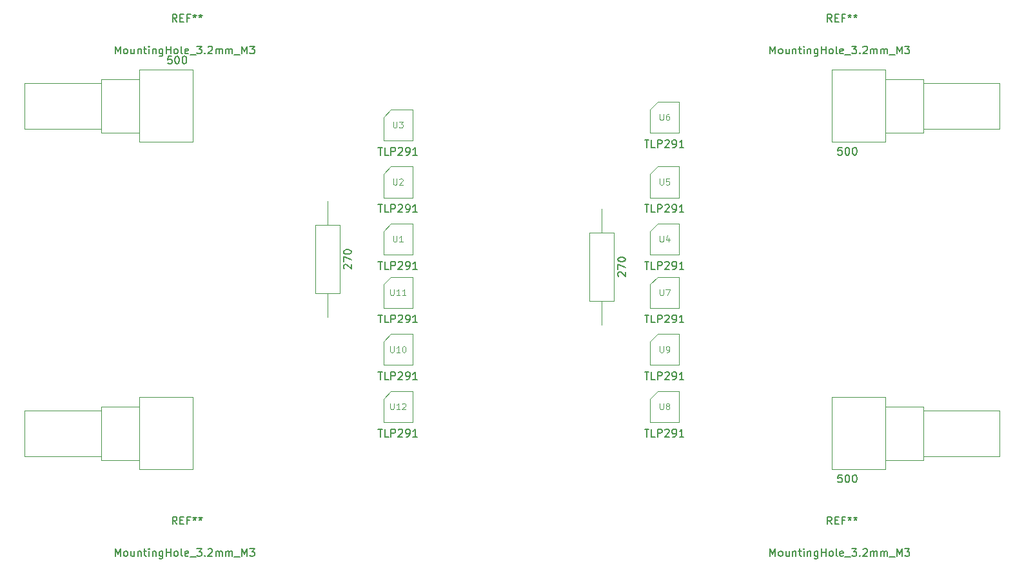
<source format=gbr>
G04 #@! TF.FileFunction,Other,Fab,Top*
%FSLAX46Y46*%
G04 Gerber Fmt 4.6, Leading zero omitted, Abs format (unit mm)*
G04 Created by KiCad (PCBNEW 4.0.2-stable) date 30/01/2018 13:09:08*
%MOMM*%
G01*
G04 APERTURE LIST*
%ADD10C,0.100000*%
%ADD11C,0.150000*%
%ADD12C,0.120000*%
G04 APERTURE END LIST*
D10*
X132150000Y-78130000D02*
X135350000Y-78130000D01*
X135350000Y-78130000D02*
X135350000Y-69130000D01*
X135350000Y-69130000D02*
X132150000Y-69130000D01*
X132150000Y-69130000D02*
X132150000Y-78130000D01*
X133750000Y-81250000D02*
X133750000Y-78130000D01*
X133750000Y-66010000D02*
X133750000Y-69130000D01*
X106095000Y-67955500D02*
X108905000Y-67955500D01*
X105095000Y-72044500D02*
X108905000Y-72044500D01*
X108905000Y-72044500D02*
X108905000Y-67955500D01*
X105095000Y-72044500D02*
X105095000Y-68955500D01*
X105095000Y-68955500D02*
X106095000Y-67955500D01*
X106095000Y-60455500D02*
X108905000Y-60455500D01*
X105095000Y-64544500D02*
X108905000Y-64544500D01*
X108905000Y-64544500D02*
X108905000Y-60455500D01*
X105095000Y-64544500D02*
X105095000Y-61455500D01*
X105095000Y-61455500D02*
X106095000Y-60455500D01*
X106095000Y-52955500D02*
X108905000Y-52955500D01*
X105095000Y-57044500D02*
X108905000Y-57044500D01*
X108905000Y-57044500D02*
X108905000Y-52955500D01*
X105095000Y-57044500D02*
X105095000Y-53955500D01*
X105095000Y-53955500D02*
X106095000Y-52955500D01*
X141095000Y-67955500D02*
X143905000Y-67955500D01*
X140095000Y-72044500D02*
X143905000Y-72044500D01*
X143905000Y-72044500D02*
X143905000Y-67955500D01*
X140095000Y-72044500D02*
X140095000Y-68955500D01*
X140095000Y-68955500D02*
X141095000Y-67955500D01*
X141095000Y-60455500D02*
X143905000Y-60455500D01*
X140095000Y-64544500D02*
X143905000Y-64544500D01*
X143905000Y-64544500D02*
X143905000Y-60455500D01*
X140095000Y-64544500D02*
X140095000Y-61455500D01*
X140095000Y-61455500D02*
X141095000Y-60455500D01*
X141095000Y-51955500D02*
X143905000Y-51955500D01*
X140095000Y-56044500D02*
X143905000Y-56044500D01*
X143905000Y-56044500D02*
X143905000Y-51955500D01*
X140095000Y-56044500D02*
X140095000Y-52955500D01*
X140095000Y-52955500D02*
X141095000Y-51955500D01*
X141095000Y-74955500D02*
X143905000Y-74955500D01*
X140095000Y-79044500D02*
X143905000Y-79044500D01*
X143905000Y-79044500D02*
X143905000Y-74955500D01*
X140095000Y-79044500D02*
X140095000Y-75955500D01*
X140095000Y-75955500D02*
X141095000Y-74955500D01*
X141095000Y-89955500D02*
X143905000Y-89955500D01*
X140095000Y-94044500D02*
X143905000Y-94044500D01*
X143905000Y-94044500D02*
X143905000Y-89955500D01*
X140095000Y-94044500D02*
X140095000Y-90955500D01*
X140095000Y-90955500D02*
X141095000Y-89955500D01*
X141095000Y-82455500D02*
X143905000Y-82455500D01*
X140095000Y-86544500D02*
X143905000Y-86544500D01*
X143905000Y-86544500D02*
X143905000Y-82455500D01*
X140095000Y-86544500D02*
X140095000Y-83455500D01*
X140095000Y-83455500D02*
X141095000Y-82455500D01*
X106095000Y-82455500D02*
X108905000Y-82455500D01*
X105095000Y-86544500D02*
X108905000Y-86544500D01*
X108905000Y-86544500D02*
X108905000Y-82455500D01*
X105095000Y-86544500D02*
X105095000Y-83455500D01*
X105095000Y-83455500D02*
X106095000Y-82455500D01*
X106095000Y-74955500D02*
X108905000Y-74955500D01*
X105095000Y-79044500D02*
X108905000Y-79044500D01*
X108905000Y-79044500D02*
X108905000Y-74955500D01*
X105095000Y-79044500D02*
X105095000Y-75955500D01*
X105095000Y-75955500D02*
X106095000Y-74955500D01*
X106095000Y-89955500D02*
X108905000Y-89955500D01*
X105095000Y-94044500D02*
X108905000Y-94044500D01*
X108905000Y-94044500D02*
X108905000Y-89955500D01*
X105095000Y-94044500D02*
X105095000Y-90955500D01*
X105095000Y-90955500D02*
X106095000Y-89955500D01*
X96150000Y-77130000D02*
X99350000Y-77130000D01*
X99350000Y-77130000D02*
X99350000Y-68130000D01*
X99350000Y-68130000D02*
X96150000Y-68130000D01*
X96150000Y-68130000D02*
X96150000Y-77130000D01*
X97750000Y-80250000D02*
X97750000Y-77130000D01*
X97750000Y-65010000D02*
X97750000Y-68130000D01*
X163950000Y-47750000D02*
X163950000Y-57250000D01*
X163950000Y-57250000D02*
X171000000Y-57250000D01*
X171000000Y-57250000D02*
X171000000Y-47750000D01*
X171000000Y-47750000D02*
X163950000Y-47750000D01*
X171000000Y-49000000D02*
X171000000Y-56000000D01*
X171000000Y-56000000D02*
X176000000Y-56000000D01*
X176000000Y-56000000D02*
X176000000Y-49000000D01*
X176000000Y-49000000D02*
X171000000Y-49000000D01*
X176000000Y-49500000D02*
X176000000Y-55500000D01*
X176000000Y-55500000D02*
X186000000Y-55500000D01*
X186000000Y-55500000D02*
X186000000Y-49500000D01*
X186000000Y-49500000D02*
X176000000Y-49500000D01*
X80050000Y-57250000D02*
X80050000Y-47750000D01*
X80050000Y-47750000D02*
X73000000Y-47750000D01*
X73000000Y-47750000D02*
X73000000Y-57250000D01*
X73000000Y-57250000D02*
X80050000Y-57250000D01*
X73000000Y-56000000D02*
X73000000Y-49000000D01*
X73000000Y-49000000D02*
X68000000Y-49000000D01*
X68000000Y-49000000D02*
X68000000Y-56000000D01*
X68000000Y-56000000D02*
X73000000Y-56000000D01*
X68000000Y-55500000D02*
X68000000Y-49500000D01*
X68000000Y-49500000D02*
X58000000Y-49500000D01*
X58000000Y-49500000D02*
X58000000Y-55500000D01*
X58000000Y-55500000D02*
X68000000Y-55500000D01*
X163950000Y-90750000D02*
X163950000Y-100250000D01*
X163950000Y-100250000D02*
X171000000Y-100250000D01*
X171000000Y-100250000D02*
X171000000Y-90750000D01*
X171000000Y-90750000D02*
X163950000Y-90750000D01*
X171000000Y-92000000D02*
X171000000Y-99000000D01*
X171000000Y-99000000D02*
X176000000Y-99000000D01*
X176000000Y-99000000D02*
X176000000Y-92000000D01*
X176000000Y-92000000D02*
X171000000Y-92000000D01*
X176000000Y-92500000D02*
X176000000Y-98500000D01*
X176000000Y-98500000D02*
X186000000Y-98500000D01*
X186000000Y-98500000D02*
X186000000Y-92500000D01*
X186000000Y-92500000D02*
X176000000Y-92500000D01*
X80050000Y-100250000D02*
X80050000Y-90750000D01*
X80050000Y-90750000D02*
X73000000Y-90750000D01*
X73000000Y-90750000D02*
X73000000Y-100250000D01*
X73000000Y-100250000D02*
X80050000Y-100250000D01*
X73000000Y-99000000D02*
X73000000Y-92000000D01*
X73000000Y-92000000D02*
X68000000Y-92000000D01*
X68000000Y-92000000D02*
X68000000Y-99000000D01*
X68000000Y-99000000D02*
X73000000Y-99000000D01*
X68000000Y-98500000D02*
X68000000Y-92500000D01*
X68000000Y-92500000D02*
X58000000Y-92500000D01*
X58000000Y-92500000D02*
X58000000Y-98500000D01*
X58000000Y-98500000D02*
X68000000Y-98500000D01*
D11*
X135957619Y-74868095D02*
X135910000Y-74820476D01*
X135862381Y-74725238D01*
X135862381Y-74487142D01*
X135910000Y-74391904D01*
X135957619Y-74344285D01*
X136052857Y-74296666D01*
X136148095Y-74296666D01*
X136290952Y-74344285D01*
X136862381Y-74915714D01*
X136862381Y-74296666D01*
X135862381Y-73963333D02*
X135862381Y-73296666D01*
X136862381Y-73725238D01*
X135862381Y-72725238D02*
X135862381Y-72629999D01*
X135910000Y-72534761D01*
X135957619Y-72487142D01*
X136052857Y-72439523D01*
X136243333Y-72391904D01*
X136481429Y-72391904D01*
X136671905Y-72439523D01*
X136767143Y-72487142D01*
X136814762Y-72534761D01*
X136862381Y-72629999D01*
X136862381Y-72725238D01*
X136814762Y-72820476D01*
X136767143Y-72868095D01*
X136671905Y-72915714D01*
X136481429Y-72963333D01*
X136243333Y-72963333D01*
X136052857Y-72915714D01*
X135957619Y-72868095D01*
X135910000Y-72820476D01*
X135862381Y-72725238D01*
X104380952Y-72952381D02*
X104952381Y-72952381D01*
X104666666Y-73952381D02*
X104666666Y-72952381D01*
X105761905Y-73952381D02*
X105285714Y-73952381D01*
X105285714Y-72952381D01*
X106095238Y-73952381D02*
X106095238Y-72952381D01*
X106476191Y-72952381D01*
X106571429Y-73000000D01*
X106619048Y-73047619D01*
X106666667Y-73142857D01*
X106666667Y-73285714D01*
X106619048Y-73380952D01*
X106571429Y-73428571D01*
X106476191Y-73476190D01*
X106095238Y-73476190D01*
X107047619Y-73047619D02*
X107095238Y-73000000D01*
X107190476Y-72952381D01*
X107428572Y-72952381D01*
X107523810Y-73000000D01*
X107571429Y-73047619D01*
X107619048Y-73142857D01*
X107619048Y-73238095D01*
X107571429Y-73380952D01*
X107000000Y-73952381D01*
X107619048Y-73952381D01*
X108095238Y-73952381D02*
X108285714Y-73952381D01*
X108380953Y-73904762D01*
X108428572Y-73857143D01*
X108523810Y-73714286D01*
X108571429Y-73523810D01*
X108571429Y-73142857D01*
X108523810Y-73047619D01*
X108476191Y-73000000D01*
X108380953Y-72952381D01*
X108190476Y-72952381D01*
X108095238Y-73000000D01*
X108047619Y-73047619D01*
X108000000Y-73142857D01*
X108000000Y-73380952D01*
X108047619Y-73476190D01*
X108095238Y-73523810D01*
X108190476Y-73571429D01*
X108380953Y-73571429D01*
X108476191Y-73523810D01*
X108523810Y-73476190D01*
X108571429Y-73380952D01*
X109523810Y-73952381D02*
X108952381Y-73952381D01*
X109238095Y-73952381D02*
X109238095Y-72952381D01*
X109142857Y-73095238D01*
X109047619Y-73190476D01*
X108952381Y-73238095D01*
D12*
X106390476Y-69561905D02*
X106390476Y-70209524D01*
X106428571Y-70285714D01*
X106466667Y-70323810D01*
X106542857Y-70361905D01*
X106695238Y-70361905D01*
X106771429Y-70323810D01*
X106809524Y-70285714D01*
X106847619Y-70209524D01*
X106847619Y-69561905D01*
X107647619Y-70361905D02*
X107190476Y-70361905D01*
X107419047Y-70361905D02*
X107419047Y-69561905D01*
X107342857Y-69676190D01*
X107266666Y-69752381D01*
X107190476Y-69790476D01*
D11*
X104380952Y-65452381D02*
X104952381Y-65452381D01*
X104666666Y-66452381D02*
X104666666Y-65452381D01*
X105761905Y-66452381D02*
X105285714Y-66452381D01*
X105285714Y-65452381D01*
X106095238Y-66452381D02*
X106095238Y-65452381D01*
X106476191Y-65452381D01*
X106571429Y-65500000D01*
X106619048Y-65547619D01*
X106666667Y-65642857D01*
X106666667Y-65785714D01*
X106619048Y-65880952D01*
X106571429Y-65928571D01*
X106476191Y-65976190D01*
X106095238Y-65976190D01*
X107047619Y-65547619D02*
X107095238Y-65500000D01*
X107190476Y-65452381D01*
X107428572Y-65452381D01*
X107523810Y-65500000D01*
X107571429Y-65547619D01*
X107619048Y-65642857D01*
X107619048Y-65738095D01*
X107571429Y-65880952D01*
X107000000Y-66452381D01*
X107619048Y-66452381D01*
X108095238Y-66452381D02*
X108285714Y-66452381D01*
X108380953Y-66404762D01*
X108428572Y-66357143D01*
X108523810Y-66214286D01*
X108571429Y-66023810D01*
X108571429Y-65642857D01*
X108523810Y-65547619D01*
X108476191Y-65500000D01*
X108380953Y-65452381D01*
X108190476Y-65452381D01*
X108095238Y-65500000D01*
X108047619Y-65547619D01*
X108000000Y-65642857D01*
X108000000Y-65880952D01*
X108047619Y-65976190D01*
X108095238Y-66023810D01*
X108190476Y-66071429D01*
X108380953Y-66071429D01*
X108476191Y-66023810D01*
X108523810Y-65976190D01*
X108571429Y-65880952D01*
X109523810Y-66452381D02*
X108952381Y-66452381D01*
X109238095Y-66452381D02*
X109238095Y-65452381D01*
X109142857Y-65595238D01*
X109047619Y-65690476D01*
X108952381Y-65738095D01*
D12*
X106390476Y-62061905D02*
X106390476Y-62709524D01*
X106428571Y-62785714D01*
X106466667Y-62823810D01*
X106542857Y-62861905D01*
X106695238Y-62861905D01*
X106771429Y-62823810D01*
X106809524Y-62785714D01*
X106847619Y-62709524D01*
X106847619Y-62061905D01*
X107190476Y-62138095D02*
X107228571Y-62100000D01*
X107304762Y-62061905D01*
X107495238Y-62061905D01*
X107571428Y-62100000D01*
X107609524Y-62138095D01*
X107647619Y-62214286D01*
X107647619Y-62290476D01*
X107609524Y-62404762D01*
X107152381Y-62861905D01*
X107647619Y-62861905D01*
D11*
X104380952Y-57952381D02*
X104952381Y-57952381D01*
X104666666Y-58952381D02*
X104666666Y-57952381D01*
X105761905Y-58952381D02*
X105285714Y-58952381D01*
X105285714Y-57952381D01*
X106095238Y-58952381D02*
X106095238Y-57952381D01*
X106476191Y-57952381D01*
X106571429Y-58000000D01*
X106619048Y-58047619D01*
X106666667Y-58142857D01*
X106666667Y-58285714D01*
X106619048Y-58380952D01*
X106571429Y-58428571D01*
X106476191Y-58476190D01*
X106095238Y-58476190D01*
X107047619Y-58047619D02*
X107095238Y-58000000D01*
X107190476Y-57952381D01*
X107428572Y-57952381D01*
X107523810Y-58000000D01*
X107571429Y-58047619D01*
X107619048Y-58142857D01*
X107619048Y-58238095D01*
X107571429Y-58380952D01*
X107000000Y-58952381D01*
X107619048Y-58952381D01*
X108095238Y-58952381D02*
X108285714Y-58952381D01*
X108380953Y-58904762D01*
X108428572Y-58857143D01*
X108523810Y-58714286D01*
X108571429Y-58523810D01*
X108571429Y-58142857D01*
X108523810Y-58047619D01*
X108476191Y-58000000D01*
X108380953Y-57952381D01*
X108190476Y-57952381D01*
X108095238Y-58000000D01*
X108047619Y-58047619D01*
X108000000Y-58142857D01*
X108000000Y-58380952D01*
X108047619Y-58476190D01*
X108095238Y-58523810D01*
X108190476Y-58571429D01*
X108380953Y-58571429D01*
X108476191Y-58523810D01*
X108523810Y-58476190D01*
X108571429Y-58380952D01*
X109523810Y-58952381D02*
X108952381Y-58952381D01*
X109238095Y-58952381D02*
X109238095Y-57952381D01*
X109142857Y-58095238D01*
X109047619Y-58190476D01*
X108952381Y-58238095D01*
D12*
X106390476Y-54561905D02*
X106390476Y-55209524D01*
X106428571Y-55285714D01*
X106466667Y-55323810D01*
X106542857Y-55361905D01*
X106695238Y-55361905D01*
X106771429Y-55323810D01*
X106809524Y-55285714D01*
X106847619Y-55209524D01*
X106847619Y-54561905D01*
X107152381Y-54561905D02*
X107647619Y-54561905D01*
X107380952Y-54866667D01*
X107495238Y-54866667D01*
X107571428Y-54904762D01*
X107609524Y-54942857D01*
X107647619Y-55019048D01*
X107647619Y-55209524D01*
X107609524Y-55285714D01*
X107571428Y-55323810D01*
X107495238Y-55361905D01*
X107266666Y-55361905D01*
X107190476Y-55323810D01*
X107152381Y-55285714D01*
D11*
X139380952Y-72952381D02*
X139952381Y-72952381D01*
X139666666Y-73952381D02*
X139666666Y-72952381D01*
X140761905Y-73952381D02*
X140285714Y-73952381D01*
X140285714Y-72952381D01*
X141095238Y-73952381D02*
X141095238Y-72952381D01*
X141476191Y-72952381D01*
X141571429Y-73000000D01*
X141619048Y-73047619D01*
X141666667Y-73142857D01*
X141666667Y-73285714D01*
X141619048Y-73380952D01*
X141571429Y-73428571D01*
X141476191Y-73476190D01*
X141095238Y-73476190D01*
X142047619Y-73047619D02*
X142095238Y-73000000D01*
X142190476Y-72952381D01*
X142428572Y-72952381D01*
X142523810Y-73000000D01*
X142571429Y-73047619D01*
X142619048Y-73142857D01*
X142619048Y-73238095D01*
X142571429Y-73380952D01*
X142000000Y-73952381D01*
X142619048Y-73952381D01*
X143095238Y-73952381D02*
X143285714Y-73952381D01*
X143380953Y-73904762D01*
X143428572Y-73857143D01*
X143523810Y-73714286D01*
X143571429Y-73523810D01*
X143571429Y-73142857D01*
X143523810Y-73047619D01*
X143476191Y-73000000D01*
X143380953Y-72952381D01*
X143190476Y-72952381D01*
X143095238Y-73000000D01*
X143047619Y-73047619D01*
X143000000Y-73142857D01*
X143000000Y-73380952D01*
X143047619Y-73476190D01*
X143095238Y-73523810D01*
X143190476Y-73571429D01*
X143380953Y-73571429D01*
X143476191Y-73523810D01*
X143523810Y-73476190D01*
X143571429Y-73380952D01*
X144523810Y-73952381D02*
X143952381Y-73952381D01*
X144238095Y-73952381D02*
X144238095Y-72952381D01*
X144142857Y-73095238D01*
X144047619Y-73190476D01*
X143952381Y-73238095D01*
D12*
X141390476Y-69561905D02*
X141390476Y-70209524D01*
X141428571Y-70285714D01*
X141466667Y-70323810D01*
X141542857Y-70361905D01*
X141695238Y-70361905D01*
X141771429Y-70323810D01*
X141809524Y-70285714D01*
X141847619Y-70209524D01*
X141847619Y-69561905D01*
X142571428Y-69828571D02*
X142571428Y-70361905D01*
X142380952Y-69523810D02*
X142190476Y-70095238D01*
X142685714Y-70095238D01*
D11*
X139380952Y-65452381D02*
X139952381Y-65452381D01*
X139666666Y-66452381D02*
X139666666Y-65452381D01*
X140761905Y-66452381D02*
X140285714Y-66452381D01*
X140285714Y-65452381D01*
X141095238Y-66452381D02*
X141095238Y-65452381D01*
X141476191Y-65452381D01*
X141571429Y-65500000D01*
X141619048Y-65547619D01*
X141666667Y-65642857D01*
X141666667Y-65785714D01*
X141619048Y-65880952D01*
X141571429Y-65928571D01*
X141476191Y-65976190D01*
X141095238Y-65976190D01*
X142047619Y-65547619D02*
X142095238Y-65500000D01*
X142190476Y-65452381D01*
X142428572Y-65452381D01*
X142523810Y-65500000D01*
X142571429Y-65547619D01*
X142619048Y-65642857D01*
X142619048Y-65738095D01*
X142571429Y-65880952D01*
X142000000Y-66452381D01*
X142619048Y-66452381D01*
X143095238Y-66452381D02*
X143285714Y-66452381D01*
X143380953Y-66404762D01*
X143428572Y-66357143D01*
X143523810Y-66214286D01*
X143571429Y-66023810D01*
X143571429Y-65642857D01*
X143523810Y-65547619D01*
X143476191Y-65500000D01*
X143380953Y-65452381D01*
X143190476Y-65452381D01*
X143095238Y-65500000D01*
X143047619Y-65547619D01*
X143000000Y-65642857D01*
X143000000Y-65880952D01*
X143047619Y-65976190D01*
X143095238Y-66023810D01*
X143190476Y-66071429D01*
X143380953Y-66071429D01*
X143476191Y-66023810D01*
X143523810Y-65976190D01*
X143571429Y-65880952D01*
X144523810Y-66452381D02*
X143952381Y-66452381D01*
X144238095Y-66452381D02*
X144238095Y-65452381D01*
X144142857Y-65595238D01*
X144047619Y-65690476D01*
X143952381Y-65738095D01*
D12*
X141390476Y-62061905D02*
X141390476Y-62709524D01*
X141428571Y-62785714D01*
X141466667Y-62823810D01*
X141542857Y-62861905D01*
X141695238Y-62861905D01*
X141771429Y-62823810D01*
X141809524Y-62785714D01*
X141847619Y-62709524D01*
X141847619Y-62061905D01*
X142609524Y-62061905D02*
X142228571Y-62061905D01*
X142190476Y-62442857D01*
X142228571Y-62404762D01*
X142304762Y-62366667D01*
X142495238Y-62366667D01*
X142571428Y-62404762D01*
X142609524Y-62442857D01*
X142647619Y-62519048D01*
X142647619Y-62709524D01*
X142609524Y-62785714D01*
X142571428Y-62823810D01*
X142495238Y-62861905D01*
X142304762Y-62861905D01*
X142228571Y-62823810D01*
X142190476Y-62785714D01*
D11*
X139380952Y-56952381D02*
X139952381Y-56952381D01*
X139666666Y-57952381D02*
X139666666Y-56952381D01*
X140761905Y-57952381D02*
X140285714Y-57952381D01*
X140285714Y-56952381D01*
X141095238Y-57952381D02*
X141095238Y-56952381D01*
X141476191Y-56952381D01*
X141571429Y-57000000D01*
X141619048Y-57047619D01*
X141666667Y-57142857D01*
X141666667Y-57285714D01*
X141619048Y-57380952D01*
X141571429Y-57428571D01*
X141476191Y-57476190D01*
X141095238Y-57476190D01*
X142047619Y-57047619D02*
X142095238Y-57000000D01*
X142190476Y-56952381D01*
X142428572Y-56952381D01*
X142523810Y-57000000D01*
X142571429Y-57047619D01*
X142619048Y-57142857D01*
X142619048Y-57238095D01*
X142571429Y-57380952D01*
X142000000Y-57952381D01*
X142619048Y-57952381D01*
X143095238Y-57952381D02*
X143285714Y-57952381D01*
X143380953Y-57904762D01*
X143428572Y-57857143D01*
X143523810Y-57714286D01*
X143571429Y-57523810D01*
X143571429Y-57142857D01*
X143523810Y-57047619D01*
X143476191Y-57000000D01*
X143380953Y-56952381D01*
X143190476Y-56952381D01*
X143095238Y-57000000D01*
X143047619Y-57047619D01*
X143000000Y-57142857D01*
X143000000Y-57380952D01*
X143047619Y-57476190D01*
X143095238Y-57523810D01*
X143190476Y-57571429D01*
X143380953Y-57571429D01*
X143476191Y-57523810D01*
X143523810Y-57476190D01*
X143571429Y-57380952D01*
X144523810Y-57952381D02*
X143952381Y-57952381D01*
X144238095Y-57952381D02*
X144238095Y-56952381D01*
X144142857Y-57095238D01*
X144047619Y-57190476D01*
X143952381Y-57238095D01*
D12*
X141390476Y-53561905D02*
X141390476Y-54209524D01*
X141428571Y-54285714D01*
X141466667Y-54323810D01*
X141542857Y-54361905D01*
X141695238Y-54361905D01*
X141771429Y-54323810D01*
X141809524Y-54285714D01*
X141847619Y-54209524D01*
X141847619Y-53561905D01*
X142571428Y-53561905D02*
X142419047Y-53561905D01*
X142342857Y-53600000D01*
X142304762Y-53638095D01*
X142228571Y-53752381D01*
X142190476Y-53904762D01*
X142190476Y-54209524D01*
X142228571Y-54285714D01*
X142266666Y-54323810D01*
X142342857Y-54361905D01*
X142495238Y-54361905D01*
X142571428Y-54323810D01*
X142609524Y-54285714D01*
X142647619Y-54209524D01*
X142647619Y-54019048D01*
X142609524Y-53942857D01*
X142571428Y-53904762D01*
X142495238Y-53866667D01*
X142342857Y-53866667D01*
X142266666Y-53904762D01*
X142228571Y-53942857D01*
X142190476Y-54019048D01*
D11*
X139380952Y-79952381D02*
X139952381Y-79952381D01*
X139666666Y-80952381D02*
X139666666Y-79952381D01*
X140761905Y-80952381D02*
X140285714Y-80952381D01*
X140285714Y-79952381D01*
X141095238Y-80952381D02*
X141095238Y-79952381D01*
X141476191Y-79952381D01*
X141571429Y-80000000D01*
X141619048Y-80047619D01*
X141666667Y-80142857D01*
X141666667Y-80285714D01*
X141619048Y-80380952D01*
X141571429Y-80428571D01*
X141476191Y-80476190D01*
X141095238Y-80476190D01*
X142047619Y-80047619D02*
X142095238Y-80000000D01*
X142190476Y-79952381D01*
X142428572Y-79952381D01*
X142523810Y-80000000D01*
X142571429Y-80047619D01*
X142619048Y-80142857D01*
X142619048Y-80238095D01*
X142571429Y-80380952D01*
X142000000Y-80952381D01*
X142619048Y-80952381D01*
X143095238Y-80952381D02*
X143285714Y-80952381D01*
X143380953Y-80904762D01*
X143428572Y-80857143D01*
X143523810Y-80714286D01*
X143571429Y-80523810D01*
X143571429Y-80142857D01*
X143523810Y-80047619D01*
X143476191Y-80000000D01*
X143380953Y-79952381D01*
X143190476Y-79952381D01*
X143095238Y-80000000D01*
X143047619Y-80047619D01*
X143000000Y-80142857D01*
X143000000Y-80380952D01*
X143047619Y-80476190D01*
X143095238Y-80523810D01*
X143190476Y-80571429D01*
X143380953Y-80571429D01*
X143476191Y-80523810D01*
X143523810Y-80476190D01*
X143571429Y-80380952D01*
X144523810Y-80952381D02*
X143952381Y-80952381D01*
X144238095Y-80952381D02*
X144238095Y-79952381D01*
X144142857Y-80095238D01*
X144047619Y-80190476D01*
X143952381Y-80238095D01*
D12*
X141390476Y-76561905D02*
X141390476Y-77209524D01*
X141428571Y-77285714D01*
X141466667Y-77323810D01*
X141542857Y-77361905D01*
X141695238Y-77361905D01*
X141771429Y-77323810D01*
X141809524Y-77285714D01*
X141847619Y-77209524D01*
X141847619Y-76561905D01*
X142152381Y-76561905D02*
X142685714Y-76561905D01*
X142342857Y-77361905D01*
D11*
X139380952Y-94952381D02*
X139952381Y-94952381D01*
X139666666Y-95952381D02*
X139666666Y-94952381D01*
X140761905Y-95952381D02*
X140285714Y-95952381D01*
X140285714Y-94952381D01*
X141095238Y-95952381D02*
X141095238Y-94952381D01*
X141476191Y-94952381D01*
X141571429Y-95000000D01*
X141619048Y-95047619D01*
X141666667Y-95142857D01*
X141666667Y-95285714D01*
X141619048Y-95380952D01*
X141571429Y-95428571D01*
X141476191Y-95476190D01*
X141095238Y-95476190D01*
X142047619Y-95047619D02*
X142095238Y-95000000D01*
X142190476Y-94952381D01*
X142428572Y-94952381D01*
X142523810Y-95000000D01*
X142571429Y-95047619D01*
X142619048Y-95142857D01*
X142619048Y-95238095D01*
X142571429Y-95380952D01*
X142000000Y-95952381D01*
X142619048Y-95952381D01*
X143095238Y-95952381D02*
X143285714Y-95952381D01*
X143380953Y-95904762D01*
X143428572Y-95857143D01*
X143523810Y-95714286D01*
X143571429Y-95523810D01*
X143571429Y-95142857D01*
X143523810Y-95047619D01*
X143476191Y-95000000D01*
X143380953Y-94952381D01*
X143190476Y-94952381D01*
X143095238Y-95000000D01*
X143047619Y-95047619D01*
X143000000Y-95142857D01*
X143000000Y-95380952D01*
X143047619Y-95476190D01*
X143095238Y-95523810D01*
X143190476Y-95571429D01*
X143380953Y-95571429D01*
X143476191Y-95523810D01*
X143523810Y-95476190D01*
X143571429Y-95380952D01*
X144523810Y-95952381D02*
X143952381Y-95952381D01*
X144238095Y-95952381D02*
X144238095Y-94952381D01*
X144142857Y-95095238D01*
X144047619Y-95190476D01*
X143952381Y-95238095D01*
D12*
X141390476Y-91561905D02*
X141390476Y-92209524D01*
X141428571Y-92285714D01*
X141466667Y-92323810D01*
X141542857Y-92361905D01*
X141695238Y-92361905D01*
X141771429Y-92323810D01*
X141809524Y-92285714D01*
X141847619Y-92209524D01*
X141847619Y-91561905D01*
X142342857Y-91904762D02*
X142266666Y-91866667D01*
X142228571Y-91828571D01*
X142190476Y-91752381D01*
X142190476Y-91714286D01*
X142228571Y-91638095D01*
X142266666Y-91600000D01*
X142342857Y-91561905D01*
X142495238Y-91561905D01*
X142571428Y-91600000D01*
X142609524Y-91638095D01*
X142647619Y-91714286D01*
X142647619Y-91752381D01*
X142609524Y-91828571D01*
X142571428Y-91866667D01*
X142495238Y-91904762D01*
X142342857Y-91904762D01*
X142266666Y-91942857D01*
X142228571Y-91980952D01*
X142190476Y-92057143D01*
X142190476Y-92209524D01*
X142228571Y-92285714D01*
X142266666Y-92323810D01*
X142342857Y-92361905D01*
X142495238Y-92361905D01*
X142571428Y-92323810D01*
X142609524Y-92285714D01*
X142647619Y-92209524D01*
X142647619Y-92057143D01*
X142609524Y-91980952D01*
X142571428Y-91942857D01*
X142495238Y-91904762D01*
D11*
X139380952Y-87452381D02*
X139952381Y-87452381D01*
X139666666Y-88452381D02*
X139666666Y-87452381D01*
X140761905Y-88452381D02*
X140285714Y-88452381D01*
X140285714Y-87452381D01*
X141095238Y-88452381D02*
X141095238Y-87452381D01*
X141476191Y-87452381D01*
X141571429Y-87500000D01*
X141619048Y-87547619D01*
X141666667Y-87642857D01*
X141666667Y-87785714D01*
X141619048Y-87880952D01*
X141571429Y-87928571D01*
X141476191Y-87976190D01*
X141095238Y-87976190D01*
X142047619Y-87547619D02*
X142095238Y-87500000D01*
X142190476Y-87452381D01*
X142428572Y-87452381D01*
X142523810Y-87500000D01*
X142571429Y-87547619D01*
X142619048Y-87642857D01*
X142619048Y-87738095D01*
X142571429Y-87880952D01*
X142000000Y-88452381D01*
X142619048Y-88452381D01*
X143095238Y-88452381D02*
X143285714Y-88452381D01*
X143380953Y-88404762D01*
X143428572Y-88357143D01*
X143523810Y-88214286D01*
X143571429Y-88023810D01*
X143571429Y-87642857D01*
X143523810Y-87547619D01*
X143476191Y-87500000D01*
X143380953Y-87452381D01*
X143190476Y-87452381D01*
X143095238Y-87500000D01*
X143047619Y-87547619D01*
X143000000Y-87642857D01*
X143000000Y-87880952D01*
X143047619Y-87976190D01*
X143095238Y-88023810D01*
X143190476Y-88071429D01*
X143380953Y-88071429D01*
X143476191Y-88023810D01*
X143523810Y-87976190D01*
X143571429Y-87880952D01*
X144523810Y-88452381D02*
X143952381Y-88452381D01*
X144238095Y-88452381D02*
X144238095Y-87452381D01*
X144142857Y-87595238D01*
X144047619Y-87690476D01*
X143952381Y-87738095D01*
D12*
X141390476Y-84061905D02*
X141390476Y-84709524D01*
X141428571Y-84785714D01*
X141466667Y-84823810D01*
X141542857Y-84861905D01*
X141695238Y-84861905D01*
X141771429Y-84823810D01*
X141809524Y-84785714D01*
X141847619Y-84709524D01*
X141847619Y-84061905D01*
X142266666Y-84861905D02*
X142419047Y-84861905D01*
X142495238Y-84823810D01*
X142533333Y-84785714D01*
X142609524Y-84671429D01*
X142647619Y-84519048D01*
X142647619Y-84214286D01*
X142609524Y-84138095D01*
X142571428Y-84100000D01*
X142495238Y-84061905D01*
X142342857Y-84061905D01*
X142266666Y-84100000D01*
X142228571Y-84138095D01*
X142190476Y-84214286D01*
X142190476Y-84404762D01*
X142228571Y-84480952D01*
X142266666Y-84519048D01*
X142342857Y-84557143D01*
X142495238Y-84557143D01*
X142571428Y-84519048D01*
X142609524Y-84480952D01*
X142647619Y-84404762D01*
D11*
X104380952Y-87452381D02*
X104952381Y-87452381D01*
X104666666Y-88452381D02*
X104666666Y-87452381D01*
X105761905Y-88452381D02*
X105285714Y-88452381D01*
X105285714Y-87452381D01*
X106095238Y-88452381D02*
X106095238Y-87452381D01*
X106476191Y-87452381D01*
X106571429Y-87500000D01*
X106619048Y-87547619D01*
X106666667Y-87642857D01*
X106666667Y-87785714D01*
X106619048Y-87880952D01*
X106571429Y-87928571D01*
X106476191Y-87976190D01*
X106095238Y-87976190D01*
X107047619Y-87547619D02*
X107095238Y-87500000D01*
X107190476Y-87452381D01*
X107428572Y-87452381D01*
X107523810Y-87500000D01*
X107571429Y-87547619D01*
X107619048Y-87642857D01*
X107619048Y-87738095D01*
X107571429Y-87880952D01*
X107000000Y-88452381D01*
X107619048Y-88452381D01*
X108095238Y-88452381D02*
X108285714Y-88452381D01*
X108380953Y-88404762D01*
X108428572Y-88357143D01*
X108523810Y-88214286D01*
X108571429Y-88023810D01*
X108571429Y-87642857D01*
X108523810Y-87547619D01*
X108476191Y-87500000D01*
X108380953Y-87452381D01*
X108190476Y-87452381D01*
X108095238Y-87500000D01*
X108047619Y-87547619D01*
X108000000Y-87642857D01*
X108000000Y-87880952D01*
X108047619Y-87976190D01*
X108095238Y-88023810D01*
X108190476Y-88071429D01*
X108380953Y-88071429D01*
X108476191Y-88023810D01*
X108523810Y-87976190D01*
X108571429Y-87880952D01*
X109523810Y-88452381D02*
X108952381Y-88452381D01*
X109238095Y-88452381D02*
X109238095Y-87452381D01*
X109142857Y-87595238D01*
X109047619Y-87690476D01*
X108952381Y-87738095D01*
D12*
X106009524Y-84061905D02*
X106009524Y-84709524D01*
X106047619Y-84785714D01*
X106085715Y-84823810D01*
X106161905Y-84861905D01*
X106314286Y-84861905D01*
X106390477Y-84823810D01*
X106428572Y-84785714D01*
X106466667Y-84709524D01*
X106466667Y-84061905D01*
X107266667Y-84861905D02*
X106809524Y-84861905D01*
X107038095Y-84861905D02*
X107038095Y-84061905D01*
X106961905Y-84176190D01*
X106885714Y-84252381D01*
X106809524Y-84290476D01*
X107761905Y-84061905D02*
X107838096Y-84061905D01*
X107914286Y-84100000D01*
X107952381Y-84138095D01*
X107990477Y-84214286D01*
X108028572Y-84366667D01*
X108028572Y-84557143D01*
X107990477Y-84709524D01*
X107952381Y-84785714D01*
X107914286Y-84823810D01*
X107838096Y-84861905D01*
X107761905Y-84861905D01*
X107685715Y-84823810D01*
X107647619Y-84785714D01*
X107609524Y-84709524D01*
X107571429Y-84557143D01*
X107571429Y-84366667D01*
X107609524Y-84214286D01*
X107647619Y-84138095D01*
X107685715Y-84100000D01*
X107761905Y-84061905D01*
D11*
X104380952Y-79952381D02*
X104952381Y-79952381D01*
X104666666Y-80952381D02*
X104666666Y-79952381D01*
X105761905Y-80952381D02*
X105285714Y-80952381D01*
X105285714Y-79952381D01*
X106095238Y-80952381D02*
X106095238Y-79952381D01*
X106476191Y-79952381D01*
X106571429Y-80000000D01*
X106619048Y-80047619D01*
X106666667Y-80142857D01*
X106666667Y-80285714D01*
X106619048Y-80380952D01*
X106571429Y-80428571D01*
X106476191Y-80476190D01*
X106095238Y-80476190D01*
X107047619Y-80047619D02*
X107095238Y-80000000D01*
X107190476Y-79952381D01*
X107428572Y-79952381D01*
X107523810Y-80000000D01*
X107571429Y-80047619D01*
X107619048Y-80142857D01*
X107619048Y-80238095D01*
X107571429Y-80380952D01*
X107000000Y-80952381D01*
X107619048Y-80952381D01*
X108095238Y-80952381D02*
X108285714Y-80952381D01*
X108380953Y-80904762D01*
X108428572Y-80857143D01*
X108523810Y-80714286D01*
X108571429Y-80523810D01*
X108571429Y-80142857D01*
X108523810Y-80047619D01*
X108476191Y-80000000D01*
X108380953Y-79952381D01*
X108190476Y-79952381D01*
X108095238Y-80000000D01*
X108047619Y-80047619D01*
X108000000Y-80142857D01*
X108000000Y-80380952D01*
X108047619Y-80476190D01*
X108095238Y-80523810D01*
X108190476Y-80571429D01*
X108380953Y-80571429D01*
X108476191Y-80523810D01*
X108523810Y-80476190D01*
X108571429Y-80380952D01*
X109523810Y-80952381D02*
X108952381Y-80952381D01*
X109238095Y-80952381D02*
X109238095Y-79952381D01*
X109142857Y-80095238D01*
X109047619Y-80190476D01*
X108952381Y-80238095D01*
D12*
X106009524Y-76561905D02*
X106009524Y-77209524D01*
X106047619Y-77285714D01*
X106085715Y-77323810D01*
X106161905Y-77361905D01*
X106314286Y-77361905D01*
X106390477Y-77323810D01*
X106428572Y-77285714D01*
X106466667Y-77209524D01*
X106466667Y-76561905D01*
X107266667Y-77361905D02*
X106809524Y-77361905D01*
X107038095Y-77361905D02*
X107038095Y-76561905D01*
X106961905Y-76676190D01*
X106885714Y-76752381D01*
X106809524Y-76790476D01*
X108028572Y-77361905D02*
X107571429Y-77361905D01*
X107800000Y-77361905D02*
X107800000Y-76561905D01*
X107723810Y-76676190D01*
X107647619Y-76752381D01*
X107571429Y-76790476D01*
D11*
X104380952Y-94952381D02*
X104952381Y-94952381D01*
X104666666Y-95952381D02*
X104666666Y-94952381D01*
X105761905Y-95952381D02*
X105285714Y-95952381D01*
X105285714Y-94952381D01*
X106095238Y-95952381D02*
X106095238Y-94952381D01*
X106476191Y-94952381D01*
X106571429Y-95000000D01*
X106619048Y-95047619D01*
X106666667Y-95142857D01*
X106666667Y-95285714D01*
X106619048Y-95380952D01*
X106571429Y-95428571D01*
X106476191Y-95476190D01*
X106095238Y-95476190D01*
X107047619Y-95047619D02*
X107095238Y-95000000D01*
X107190476Y-94952381D01*
X107428572Y-94952381D01*
X107523810Y-95000000D01*
X107571429Y-95047619D01*
X107619048Y-95142857D01*
X107619048Y-95238095D01*
X107571429Y-95380952D01*
X107000000Y-95952381D01*
X107619048Y-95952381D01*
X108095238Y-95952381D02*
X108285714Y-95952381D01*
X108380953Y-95904762D01*
X108428572Y-95857143D01*
X108523810Y-95714286D01*
X108571429Y-95523810D01*
X108571429Y-95142857D01*
X108523810Y-95047619D01*
X108476191Y-95000000D01*
X108380953Y-94952381D01*
X108190476Y-94952381D01*
X108095238Y-95000000D01*
X108047619Y-95047619D01*
X108000000Y-95142857D01*
X108000000Y-95380952D01*
X108047619Y-95476190D01*
X108095238Y-95523810D01*
X108190476Y-95571429D01*
X108380953Y-95571429D01*
X108476191Y-95523810D01*
X108523810Y-95476190D01*
X108571429Y-95380952D01*
X109523810Y-95952381D02*
X108952381Y-95952381D01*
X109238095Y-95952381D02*
X109238095Y-94952381D01*
X109142857Y-95095238D01*
X109047619Y-95190476D01*
X108952381Y-95238095D01*
D12*
X106009524Y-91561905D02*
X106009524Y-92209524D01*
X106047619Y-92285714D01*
X106085715Y-92323810D01*
X106161905Y-92361905D01*
X106314286Y-92361905D01*
X106390477Y-92323810D01*
X106428572Y-92285714D01*
X106466667Y-92209524D01*
X106466667Y-91561905D01*
X107266667Y-92361905D02*
X106809524Y-92361905D01*
X107038095Y-92361905D02*
X107038095Y-91561905D01*
X106961905Y-91676190D01*
X106885714Y-91752381D01*
X106809524Y-91790476D01*
X107571429Y-91638095D02*
X107609524Y-91600000D01*
X107685715Y-91561905D01*
X107876191Y-91561905D01*
X107952381Y-91600000D01*
X107990477Y-91638095D01*
X108028572Y-91714286D01*
X108028572Y-91790476D01*
X107990477Y-91904762D01*
X107533334Y-92361905D01*
X108028572Y-92361905D01*
D11*
X69880952Y-45652381D02*
X69880952Y-44652381D01*
X70214286Y-45366667D01*
X70547619Y-44652381D01*
X70547619Y-45652381D01*
X71166666Y-45652381D02*
X71071428Y-45604762D01*
X71023809Y-45557143D01*
X70976190Y-45461905D01*
X70976190Y-45176190D01*
X71023809Y-45080952D01*
X71071428Y-45033333D01*
X71166666Y-44985714D01*
X71309524Y-44985714D01*
X71404762Y-45033333D01*
X71452381Y-45080952D01*
X71500000Y-45176190D01*
X71500000Y-45461905D01*
X71452381Y-45557143D01*
X71404762Y-45604762D01*
X71309524Y-45652381D01*
X71166666Y-45652381D01*
X72357143Y-44985714D02*
X72357143Y-45652381D01*
X71928571Y-44985714D02*
X71928571Y-45509524D01*
X71976190Y-45604762D01*
X72071428Y-45652381D01*
X72214286Y-45652381D01*
X72309524Y-45604762D01*
X72357143Y-45557143D01*
X72833333Y-44985714D02*
X72833333Y-45652381D01*
X72833333Y-45080952D02*
X72880952Y-45033333D01*
X72976190Y-44985714D01*
X73119048Y-44985714D01*
X73214286Y-45033333D01*
X73261905Y-45128571D01*
X73261905Y-45652381D01*
X73595238Y-44985714D02*
X73976190Y-44985714D01*
X73738095Y-44652381D02*
X73738095Y-45509524D01*
X73785714Y-45604762D01*
X73880952Y-45652381D01*
X73976190Y-45652381D01*
X74309524Y-45652381D02*
X74309524Y-44985714D01*
X74309524Y-44652381D02*
X74261905Y-44700000D01*
X74309524Y-44747619D01*
X74357143Y-44700000D01*
X74309524Y-44652381D01*
X74309524Y-44747619D01*
X74785714Y-44985714D02*
X74785714Y-45652381D01*
X74785714Y-45080952D02*
X74833333Y-45033333D01*
X74928571Y-44985714D01*
X75071429Y-44985714D01*
X75166667Y-45033333D01*
X75214286Y-45128571D01*
X75214286Y-45652381D01*
X76119048Y-44985714D02*
X76119048Y-45795238D01*
X76071429Y-45890476D01*
X76023810Y-45938095D01*
X75928571Y-45985714D01*
X75785714Y-45985714D01*
X75690476Y-45938095D01*
X76119048Y-45604762D02*
X76023810Y-45652381D01*
X75833333Y-45652381D01*
X75738095Y-45604762D01*
X75690476Y-45557143D01*
X75642857Y-45461905D01*
X75642857Y-45176190D01*
X75690476Y-45080952D01*
X75738095Y-45033333D01*
X75833333Y-44985714D01*
X76023810Y-44985714D01*
X76119048Y-45033333D01*
X76595238Y-45652381D02*
X76595238Y-44652381D01*
X76595238Y-45128571D02*
X77166667Y-45128571D01*
X77166667Y-45652381D02*
X77166667Y-44652381D01*
X77785714Y-45652381D02*
X77690476Y-45604762D01*
X77642857Y-45557143D01*
X77595238Y-45461905D01*
X77595238Y-45176190D01*
X77642857Y-45080952D01*
X77690476Y-45033333D01*
X77785714Y-44985714D01*
X77928572Y-44985714D01*
X78023810Y-45033333D01*
X78071429Y-45080952D01*
X78119048Y-45176190D01*
X78119048Y-45461905D01*
X78071429Y-45557143D01*
X78023810Y-45604762D01*
X77928572Y-45652381D01*
X77785714Y-45652381D01*
X78690476Y-45652381D02*
X78595238Y-45604762D01*
X78547619Y-45509524D01*
X78547619Y-44652381D01*
X79452382Y-45604762D02*
X79357144Y-45652381D01*
X79166667Y-45652381D01*
X79071429Y-45604762D01*
X79023810Y-45509524D01*
X79023810Y-45128571D01*
X79071429Y-45033333D01*
X79166667Y-44985714D01*
X79357144Y-44985714D01*
X79452382Y-45033333D01*
X79500001Y-45128571D01*
X79500001Y-45223810D01*
X79023810Y-45319048D01*
X79690477Y-45747619D02*
X80452382Y-45747619D01*
X80595239Y-44652381D02*
X81214287Y-44652381D01*
X80880953Y-45033333D01*
X81023811Y-45033333D01*
X81119049Y-45080952D01*
X81166668Y-45128571D01*
X81214287Y-45223810D01*
X81214287Y-45461905D01*
X81166668Y-45557143D01*
X81119049Y-45604762D01*
X81023811Y-45652381D01*
X80738096Y-45652381D01*
X80642858Y-45604762D01*
X80595239Y-45557143D01*
X81642858Y-45557143D02*
X81690477Y-45604762D01*
X81642858Y-45652381D01*
X81595239Y-45604762D01*
X81642858Y-45557143D01*
X81642858Y-45652381D01*
X82071429Y-44747619D02*
X82119048Y-44700000D01*
X82214286Y-44652381D01*
X82452382Y-44652381D01*
X82547620Y-44700000D01*
X82595239Y-44747619D01*
X82642858Y-44842857D01*
X82642858Y-44938095D01*
X82595239Y-45080952D01*
X82023810Y-45652381D01*
X82642858Y-45652381D01*
X83071429Y-45652381D02*
X83071429Y-44985714D01*
X83071429Y-45080952D02*
X83119048Y-45033333D01*
X83214286Y-44985714D01*
X83357144Y-44985714D01*
X83452382Y-45033333D01*
X83500001Y-45128571D01*
X83500001Y-45652381D01*
X83500001Y-45128571D02*
X83547620Y-45033333D01*
X83642858Y-44985714D01*
X83785715Y-44985714D01*
X83880953Y-45033333D01*
X83928572Y-45128571D01*
X83928572Y-45652381D01*
X84404762Y-45652381D02*
X84404762Y-44985714D01*
X84404762Y-45080952D02*
X84452381Y-45033333D01*
X84547619Y-44985714D01*
X84690477Y-44985714D01*
X84785715Y-45033333D01*
X84833334Y-45128571D01*
X84833334Y-45652381D01*
X84833334Y-45128571D02*
X84880953Y-45033333D01*
X84976191Y-44985714D01*
X85119048Y-44985714D01*
X85214286Y-45033333D01*
X85261905Y-45128571D01*
X85261905Y-45652381D01*
X85500000Y-45747619D02*
X86261905Y-45747619D01*
X86500000Y-45652381D02*
X86500000Y-44652381D01*
X86833334Y-45366667D01*
X87166667Y-44652381D01*
X87166667Y-45652381D01*
X87547619Y-44652381D02*
X88166667Y-44652381D01*
X87833333Y-45033333D01*
X87976191Y-45033333D01*
X88071429Y-45080952D01*
X88119048Y-45128571D01*
X88166667Y-45223810D01*
X88166667Y-45461905D01*
X88119048Y-45557143D01*
X88071429Y-45604762D01*
X87976191Y-45652381D01*
X87690476Y-45652381D01*
X87595238Y-45604762D01*
X87547619Y-45557143D01*
X77966667Y-41452381D02*
X77633333Y-40976190D01*
X77395238Y-41452381D02*
X77395238Y-40452381D01*
X77776191Y-40452381D01*
X77871429Y-40500000D01*
X77919048Y-40547619D01*
X77966667Y-40642857D01*
X77966667Y-40785714D01*
X77919048Y-40880952D01*
X77871429Y-40928571D01*
X77776191Y-40976190D01*
X77395238Y-40976190D01*
X78395238Y-40928571D02*
X78728572Y-40928571D01*
X78871429Y-41452381D02*
X78395238Y-41452381D01*
X78395238Y-40452381D01*
X78871429Y-40452381D01*
X79633334Y-40928571D02*
X79300000Y-40928571D01*
X79300000Y-41452381D02*
X79300000Y-40452381D01*
X79776191Y-40452381D01*
X80300000Y-40452381D02*
X80300000Y-40690476D01*
X80061905Y-40595238D02*
X80300000Y-40690476D01*
X80538096Y-40595238D01*
X80157143Y-40880952D02*
X80300000Y-40690476D01*
X80442858Y-40880952D01*
X81061905Y-40452381D02*
X81061905Y-40690476D01*
X80823810Y-40595238D02*
X81061905Y-40690476D01*
X81300001Y-40595238D01*
X80919048Y-40880952D02*
X81061905Y-40690476D01*
X81204763Y-40880952D01*
X155880952Y-45652381D02*
X155880952Y-44652381D01*
X156214286Y-45366667D01*
X156547619Y-44652381D01*
X156547619Y-45652381D01*
X157166666Y-45652381D02*
X157071428Y-45604762D01*
X157023809Y-45557143D01*
X156976190Y-45461905D01*
X156976190Y-45176190D01*
X157023809Y-45080952D01*
X157071428Y-45033333D01*
X157166666Y-44985714D01*
X157309524Y-44985714D01*
X157404762Y-45033333D01*
X157452381Y-45080952D01*
X157500000Y-45176190D01*
X157500000Y-45461905D01*
X157452381Y-45557143D01*
X157404762Y-45604762D01*
X157309524Y-45652381D01*
X157166666Y-45652381D01*
X158357143Y-44985714D02*
X158357143Y-45652381D01*
X157928571Y-44985714D02*
X157928571Y-45509524D01*
X157976190Y-45604762D01*
X158071428Y-45652381D01*
X158214286Y-45652381D01*
X158309524Y-45604762D01*
X158357143Y-45557143D01*
X158833333Y-44985714D02*
X158833333Y-45652381D01*
X158833333Y-45080952D02*
X158880952Y-45033333D01*
X158976190Y-44985714D01*
X159119048Y-44985714D01*
X159214286Y-45033333D01*
X159261905Y-45128571D01*
X159261905Y-45652381D01*
X159595238Y-44985714D02*
X159976190Y-44985714D01*
X159738095Y-44652381D02*
X159738095Y-45509524D01*
X159785714Y-45604762D01*
X159880952Y-45652381D01*
X159976190Y-45652381D01*
X160309524Y-45652381D02*
X160309524Y-44985714D01*
X160309524Y-44652381D02*
X160261905Y-44700000D01*
X160309524Y-44747619D01*
X160357143Y-44700000D01*
X160309524Y-44652381D01*
X160309524Y-44747619D01*
X160785714Y-44985714D02*
X160785714Y-45652381D01*
X160785714Y-45080952D02*
X160833333Y-45033333D01*
X160928571Y-44985714D01*
X161071429Y-44985714D01*
X161166667Y-45033333D01*
X161214286Y-45128571D01*
X161214286Y-45652381D01*
X162119048Y-44985714D02*
X162119048Y-45795238D01*
X162071429Y-45890476D01*
X162023810Y-45938095D01*
X161928571Y-45985714D01*
X161785714Y-45985714D01*
X161690476Y-45938095D01*
X162119048Y-45604762D02*
X162023810Y-45652381D01*
X161833333Y-45652381D01*
X161738095Y-45604762D01*
X161690476Y-45557143D01*
X161642857Y-45461905D01*
X161642857Y-45176190D01*
X161690476Y-45080952D01*
X161738095Y-45033333D01*
X161833333Y-44985714D01*
X162023810Y-44985714D01*
X162119048Y-45033333D01*
X162595238Y-45652381D02*
X162595238Y-44652381D01*
X162595238Y-45128571D02*
X163166667Y-45128571D01*
X163166667Y-45652381D02*
X163166667Y-44652381D01*
X163785714Y-45652381D02*
X163690476Y-45604762D01*
X163642857Y-45557143D01*
X163595238Y-45461905D01*
X163595238Y-45176190D01*
X163642857Y-45080952D01*
X163690476Y-45033333D01*
X163785714Y-44985714D01*
X163928572Y-44985714D01*
X164023810Y-45033333D01*
X164071429Y-45080952D01*
X164119048Y-45176190D01*
X164119048Y-45461905D01*
X164071429Y-45557143D01*
X164023810Y-45604762D01*
X163928572Y-45652381D01*
X163785714Y-45652381D01*
X164690476Y-45652381D02*
X164595238Y-45604762D01*
X164547619Y-45509524D01*
X164547619Y-44652381D01*
X165452382Y-45604762D02*
X165357144Y-45652381D01*
X165166667Y-45652381D01*
X165071429Y-45604762D01*
X165023810Y-45509524D01*
X165023810Y-45128571D01*
X165071429Y-45033333D01*
X165166667Y-44985714D01*
X165357144Y-44985714D01*
X165452382Y-45033333D01*
X165500001Y-45128571D01*
X165500001Y-45223810D01*
X165023810Y-45319048D01*
X165690477Y-45747619D02*
X166452382Y-45747619D01*
X166595239Y-44652381D02*
X167214287Y-44652381D01*
X166880953Y-45033333D01*
X167023811Y-45033333D01*
X167119049Y-45080952D01*
X167166668Y-45128571D01*
X167214287Y-45223810D01*
X167214287Y-45461905D01*
X167166668Y-45557143D01*
X167119049Y-45604762D01*
X167023811Y-45652381D01*
X166738096Y-45652381D01*
X166642858Y-45604762D01*
X166595239Y-45557143D01*
X167642858Y-45557143D02*
X167690477Y-45604762D01*
X167642858Y-45652381D01*
X167595239Y-45604762D01*
X167642858Y-45557143D01*
X167642858Y-45652381D01*
X168071429Y-44747619D02*
X168119048Y-44700000D01*
X168214286Y-44652381D01*
X168452382Y-44652381D01*
X168547620Y-44700000D01*
X168595239Y-44747619D01*
X168642858Y-44842857D01*
X168642858Y-44938095D01*
X168595239Y-45080952D01*
X168023810Y-45652381D01*
X168642858Y-45652381D01*
X169071429Y-45652381D02*
X169071429Y-44985714D01*
X169071429Y-45080952D02*
X169119048Y-45033333D01*
X169214286Y-44985714D01*
X169357144Y-44985714D01*
X169452382Y-45033333D01*
X169500001Y-45128571D01*
X169500001Y-45652381D01*
X169500001Y-45128571D02*
X169547620Y-45033333D01*
X169642858Y-44985714D01*
X169785715Y-44985714D01*
X169880953Y-45033333D01*
X169928572Y-45128571D01*
X169928572Y-45652381D01*
X170404762Y-45652381D02*
X170404762Y-44985714D01*
X170404762Y-45080952D02*
X170452381Y-45033333D01*
X170547619Y-44985714D01*
X170690477Y-44985714D01*
X170785715Y-45033333D01*
X170833334Y-45128571D01*
X170833334Y-45652381D01*
X170833334Y-45128571D02*
X170880953Y-45033333D01*
X170976191Y-44985714D01*
X171119048Y-44985714D01*
X171214286Y-45033333D01*
X171261905Y-45128571D01*
X171261905Y-45652381D01*
X171500000Y-45747619D02*
X172261905Y-45747619D01*
X172500000Y-45652381D02*
X172500000Y-44652381D01*
X172833334Y-45366667D01*
X173166667Y-44652381D01*
X173166667Y-45652381D01*
X173547619Y-44652381D02*
X174166667Y-44652381D01*
X173833333Y-45033333D01*
X173976191Y-45033333D01*
X174071429Y-45080952D01*
X174119048Y-45128571D01*
X174166667Y-45223810D01*
X174166667Y-45461905D01*
X174119048Y-45557143D01*
X174071429Y-45604762D01*
X173976191Y-45652381D01*
X173690476Y-45652381D01*
X173595238Y-45604762D01*
X173547619Y-45557143D01*
X163966667Y-41452381D02*
X163633333Y-40976190D01*
X163395238Y-41452381D02*
X163395238Y-40452381D01*
X163776191Y-40452381D01*
X163871429Y-40500000D01*
X163919048Y-40547619D01*
X163966667Y-40642857D01*
X163966667Y-40785714D01*
X163919048Y-40880952D01*
X163871429Y-40928571D01*
X163776191Y-40976190D01*
X163395238Y-40976190D01*
X164395238Y-40928571D02*
X164728572Y-40928571D01*
X164871429Y-41452381D02*
X164395238Y-41452381D01*
X164395238Y-40452381D01*
X164871429Y-40452381D01*
X165633334Y-40928571D02*
X165300000Y-40928571D01*
X165300000Y-41452381D02*
X165300000Y-40452381D01*
X165776191Y-40452381D01*
X166300000Y-40452381D02*
X166300000Y-40690476D01*
X166061905Y-40595238D02*
X166300000Y-40690476D01*
X166538096Y-40595238D01*
X166157143Y-40880952D02*
X166300000Y-40690476D01*
X166442858Y-40880952D01*
X167061905Y-40452381D02*
X167061905Y-40690476D01*
X166823810Y-40595238D02*
X167061905Y-40690476D01*
X167300001Y-40595238D01*
X166919048Y-40880952D02*
X167061905Y-40690476D01*
X167204763Y-40880952D01*
X155880952Y-111652381D02*
X155880952Y-110652381D01*
X156214286Y-111366667D01*
X156547619Y-110652381D01*
X156547619Y-111652381D01*
X157166666Y-111652381D02*
X157071428Y-111604762D01*
X157023809Y-111557143D01*
X156976190Y-111461905D01*
X156976190Y-111176190D01*
X157023809Y-111080952D01*
X157071428Y-111033333D01*
X157166666Y-110985714D01*
X157309524Y-110985714D01*
X157404762Y-111033333D01*
X157452381Y-111080952D01*
X157500000Y-111176190D01*
X157500000Y-111461905D01*
X157452381Y-111557143D01*
X157404762Y-111604762D01*
X157309524Y-111652381D01*
X157166666Y-111652381D01*
X158357143Y-110985714D02*
X158357143Y-111652381D01*
X157928571Y-110985714D02*
X157928571Y-111509524D01*
X157976190Y-111604762D01*
X158071428Y-111652381D01*
X158214286Y-111652381D01*
X158309524Y-111604762D01*
X158357143Y-111557143D01*
X158833333Y-110985714D02*
X158833333Y-111652381D01*
X158833333Y-111080952D02*
X158880952Y-111033333D01*
X158976190Y-110985714D01*
X159119048Y-110985714D01*
X159214286Y-111033333D01*
X159261905Y-111128571D01*
X159261905Y-111652381D01*
X159595238Y-110985714D02*
X159976190Y-110985714D01*
X159738095Y-110652381D02*
X159738095Y-111509524D01*
X159785714Y-111604762D01*
X159880952Y-111652381D01*
X159976190Y-111652381D01*
X160309524Y-111652381D02*
X160309524Y-110985714D01*
X160309524Y-110652381D02*
X160261905Y-110700000D01*
X160309524Y-110747619D01*
X160357143Y-110700000D01*
X160309524Y-110652381D01*
X160309524Y-110747619D01*
X160785714Y-110985714D02*
X160785714Y-111652381D01*
X160785714Y-111080952D02*
X160833333Y-111033333D01*
X160928571Y-110985714D01*
X161071429Y-110985714D01*
X161166667Y-111033333D01*
X161214286Y-111128571D01*
X161214286Y-111652381D01*
X162119048Y-110985714D02*
X162119048Y-111795238D01*
X162071429Y-111890476D01*
X162023810Y-111938095D01*
X161928571Y-111985714D01*
X161785714Y-111985714D01*
X161690476Y-111938095D01*
X162119048Y-111604762D02*
X162023810Y-111652381D01*
X161833333Y-111652381D01*
X161738095Y-111604762D01*
X161690476Y-111557143D01*
X161642857Y-111461905D01*
X161642857Y-111176190D01*
X161690476Y-111080952D01*
X161738095Y-111033333D01*
X161833333Y-110985714D01*
X162023810Y-110985714D01*
X162119048Y-111033333D01*
X162595238Y-111652381D02*
X162595238Y-110652381D01*
X162595238Y-111128571D02*
X163166667Y-111128571D01*
X163166667Y-111652381D02*
X163166667Y-110652381D01*
X163785714Y-111652381D02*
X163690476Y-111604762D01*
X163642857Y-111557143D01*
X163595238Y-111461905D01*
X163595238Y-111176190D01*
X163642857Y-111080952D01*
X163690476Y-111033333D01*
X163785714Y-110985714D01*
X163928572Y-110985714D01*
X164023810Y-111033333D01*
X164071429Y-111080952D01*
X164119048Y-111176190D01*
X164119048Y-111461905D01*
X164071429Y-111557143D01*
X164023810Y-111604762D01*
X163928572Y-111652381D01*
X163785714Y-111652381D01*
X164690476Y-111652381D02*
X164595238Y-111604762D01*
X164547619Y-111509524D01*
X164547619Y-110652381D01*
X165452382Y-111604762D02*
X165357144Y-111652381D01*
X165166667Y-111652381D01*
X165071429Y-111604762D01*
X165023810Y-111509524D01*
X165023810Y-111128571D01*
X165071429Y-111033333D01*
X165166667Y-110985714D01*
X165357144Y-110985714D01*
X165452382Y-111033333D01*
X165500001Y-111128571D01*
X165500001Y-111223810D01*
X165023810Y-111319048D01*
X165690477Y-111747619D02*
X166452382Y-111747619D01*
X166595239Y-110652381D02*
X167214287Y-110652381D01*
X166880953Y-111033333D01*
X167023811Y-111033333D01*
X167119049Y-111080952D01*
X167166668Y-111128571D01*
X167214287Y-111223810D01*
X167214287Y-111461905D01*
X167166668Y-111557143D01*
X167119049Y-111604762D01*
X167023811Y-111652381D01*
X166738096Y-111652381D01*
X166642858Y-111604762D01*
X166595239Y-111557143D01*
X167642858Y-111557143D02*
X167690477Y-111604762D01*
X167642858Y-111652381D01*
X167595239Y-111604762D01*
X167642858Y-111557143D01*
X167642858Y-111652381D01*
X168071429Y-110747619D02*
X168119048Y-110700000D01*
X168214286Y-110652381D01*
X168452382Y-110652381D01*
X168547620Y-110700000D01*
X168595239Y-110747619D01*
X168642858Y-110842857D01*
X168642858Y-110938095D01*
X168595239Y-111080952D01*
X168023810Y-111652381D01*
X168642858Y-111652381D01*
X169071429Y-111652381D02*
X169071429Y-110985714D01*
X169071429Y-111080952D02*
X169119048Y-111033333D01*
X169214286Y-110985714D01*
X169357144Y-110985714D01*
X169452382Y-111033333D01*
X169500001Y-111128571D01*
X169500001Y-111652381D01*
X169500001Y-111128571D02*
X169547620Y-111033333D01*
X169642858Y-110985714D01*
X169785715Y-110985714D01*
X169880953Y-111033333D01*
X169928572Y-111128571D01*
X169928572Y-111652381D01*
X170404762Y-111652381D02*
X170404762Y-110985714D01*
X170404762Y-111080952D02*
X170452381Y-111033333D01*
X170547619Y-110985714D01*
X170690477Y-110985714D01*
X170785715Y-111033333D01*
X170833334Y-111128571D01*
X170833334Y-111652381D01*
X170833334Y-111128571D02*
X170880953Y-111033333D01*
X170976191Y-110985714D01*
X171119048Y-110985714D01*
X171214286Y-111033333D01*
X171261905Y-111128571D01*
X171261905Y-111652381D01*
X171500000Y-111747619D02*
X172261905Y-111747619D01*
X172500000Y-111652381D02*
X172500000Y-110652381D01*
X172833334Y-111366667D01*
X173166667Y-110652381D01*
X173166667Y-111652381D01*
X173547619Y-110652381D02*
X174166667Y-110652381D01*
X173833333Y-111033333D01*
X173976191Y-111033333D01*
X174071429Y-111080952D01*
X174119048Y-111128571D01*
X174166667Y-111223810D01*
X174166667Y-111461905D01*
X174119048Y-111557143D01*
X174071429Y-111604762D01*
X173976191Y-111652381D01*
X173690476Y-111652381D01*
X173595238Y-111604762D01*
X173547619Y-111557143D01*
X163966667Y-107452381D02*
X163633333Y-106976190D01*
X163395238Y-107452381D02*
X163395238Y-106452381D01*
X163776191Y-106452381D01*
X163871429Y-106500000D01*
X163919048Y-106547619D01*
X163966667Y-106642857D01*
X163966667Y-106785714D01*
X163919048Y-106880952D01*
X163871429Y-106928571D01*
X163776191Y-106976190D01*
X163395238Y-106976190D01*
X164395238Y-106928571D02*
X164728572Y-106928571D01*
X164871429Y-107452381D02*
X164395238Y-107452381D01*
X164395238Y-106452381D01*
X164871429Y-106452381D01*
X165633334Y-106928571D02*
X165300000Y-106928571D01*
X165300000Y-107452381D02*
X165300000Y-106452381D01*
X165776191Y-106452381D01*
X166300000Y-106452381D02*
X166300000Y-106690476D01*
X166061905Y-106595238D02*
X166300000Y-106690476D01*
X166538096Y-106595238D01*
X166157143Y-106880952D02*
X166300000Y-106690476D01*
X166442858Y-106880952D01*
X167061905Y-106452381D02*
X167061905Y-106690476D01*
X166823810Y-106595238D02*
X167061905Y-106690476D01*
X167300001Y-106595238D01*
X166919048Y-106880952D02*
X167061905Y-106690476D01*
X167204763Y-106880952D01*
X99957619Y-73868095D02*
X99910000Y-73820476D01*
X99862381Y-73725238D01*
X99862381Y-73487142D01*
X99910000Y-73391904D01*
X99957619Y-73344285D01*
X100052857Y-73296666D01*
X100148095Y-73296666D01*
X100290952Y-73344285D01*
X100862381Y-73915714D01*
X100862381Y-73296666D01*
X99862381Y-72963333D02*
X99862381Y-72296666D01*
X100862381Y-72725238D01*
X99862381Y-71725238D02*
X99862381Y-71629999D01*
X99910000Y-71534761D01*
X99957619Y-71487142D01*
X100052857Y-71439523D01*
X100243333Y-71391904D01*
X100481429Y-71391904D01*
X100671905Y-71439523D01*
X100767143Y-71487142D01*
X100814762Y-71534761D01*
X100862381Y-71629999D01*
X100862381Y-71725238D01*
X100814762Y-71820476D01*
X100767143Y-71868095D01*
X100671905Y-71915714D01*
X100481429Y-71963333D01*
X100243333Y-71963333D01*
X100052857Y-71915714D01*
X99957619Y-71868095D01*
X99910000Y-71820476D01*
X99862381Y-71725238D01*
X165285715Y-57952381D02*
X164809524Y-57952381D01*
X164761905Y-58428571D01*
X164809524Y-58380952D01*
X164904762Y-58333333D01*
X165142858Y-58333333D01*
X165238096Y-58380952D01*
X165285715Y-58428571D01*
X165333334Y-58523810D01*
X165333334Y-58761905D01*
X165285715Y-58857143D01*
X165238096Y-58904762D01*
X165142858Y-58952381D01*
X164904762Y-58952381D01*
X164809524Y-58904762D01*
X164761905Y-58857143D01*
X165952381Y-57952381D02*
X166047620Y-57952381D01*
X166142858Y-58000000D01*
X166190477Y-58047619D01*
X166238096Y-58142857D01*
X166285715Y-58333333D01*
X166285715Y-58571429D01*
X166238096Y-58761905D01*
X166190477Y-58857143D01*
X166142858Y-58904762D01*
X166047620Y-58952381D01*
X165952381Y-58952381D01*
X165857143Y-58904762D01*
X165809524Y-58857143D01*
X165761905Y-58761905D01*
X165714286Y-58571429D01*
X165714286Y-58333333D01*
X165761905Y-58142857D01*
X165809524Y-58047619D01*
X165857143Y-58000000D01*
X165952381Y-57952381D01*
X166904762Y-57952381D02*
X167000001Y-57952381D01*
X167095239Y-58000000D01*
X167142858Y-58047619D01*
X167190477Y-58142857D01*
X167238096Y-58333333D01*
X167238096Y-58571429D01*
X167190477Y-58761905D01*
X167142858Y-58857143D01*
X167095239Y-58904762D01*
X167000001Y-58952381D01*
X166904762Y-58952381D01*
X166809524Y-58904762D01*
X166761905Y-58857143D01*
X166714286Y-58761905D01*
X166666667Y-58571429D01*
X166666667Y-58333333D01*
X166714286Y-58142857D01*
X166761905Y-58047619D01*
X166809524Y-58000000D01*
X166904762Y-57952381D01*
X77285715Y-45952381D02*
X76809524Y-45952381D01*
X76761905Y-46428571D01*
X76809524Y-46380952D01*
X76904762Y-46333333D01*
X77142858Y-46333333D01*
X77238096Y-46380952D01*
X77285715Y-46428571D01*
X77333334Y-46523810D01*
X77333334Y-46761905D01*
X77285715Y-46857143D01*
X77238096Y-46904762D01*
X77142858Y-46952381D01*
X76904762Y-46952381D01*
X76809524Y-46904762D01*
X76761905Y-46857143D01*
X77952381Y-45952381D02*
X78047620Y-45952381D01*
X78142858Y-46000000D01*
X78190477Y-46047619D01*
X78238096Y-46142857D01*
X78285715Y-46333333D01*
X78285715Y-46571429D01*
X78238096Y-46761905D01*
X78190477Y-46857143D01*
X78142858Y-46904762D01*
X78047620Y-46952381D01*
X77952381Y-46952381D01*
X77857143Y-46904762D01*
X77809524Y-46857143D01*
X77761905Y-46761905D01*
X77714286Y-46571429D01*
X77714286Y-46333333D01*
X77761905Y-46142857D01*
X77809524Y-46047619D01*
X77857143Y-46000000D01*
X77952381Y-45952381D01*
X78904762Y-45952381D02*
X79000001Y-45952381D01*
X79095239Y-46000000D01*
X79142858Y-46047619D01*
X79190477Y-46142857D01*
X79238096Y-46333333D01*
X79238096Y-46571429D01*
X79190477Y-46761905D01*
X79142858Y-46857143D01*
X79095239Y-46904762D01*
X79000001Y-46952381D01*
X78904762Y-46952381D01*
X78809524Y-46904762D01*
X78761905Y-46857143D01*
X78714286Y-46761905D01*
X78666667Y-46571429D01*
X78666667Y-46333333D01*
X78714286Y-46142857D01*
X78761905Y-46047619D01*
X78809524Y-46000000D01*
X78904762Y-45952381D01*
X165285715Y-100952381D02*
X164809524Y-100952381D01*
X164761905Y-101428571D01*
X164809524Y-101380952D01*
X164904762Y-101333333D01*
X165142858Y-101333333D01*
X165238096Y-101380952D01*
X165285715Y-101428571D01*
X165333334Y-101523810D01*
X165333334Y-101761905D01*
X165285715Y-101857143D01*
X165238096Y-101904762D01*
X165142858Y-101952381D01*
X164904762Y-101952381D01*
X164809524Y-101904762D01*
X164761905Y-101857143D01*
X165952381Y-100952381D02*
X166047620Y-100952381D01*
X166142858Y-101000000D01*
X166190477Y-101047619D01*
X166238096Y-101142857D01*
X166285715Y-101333333D01*
X166285715Y-101571429D01*
X166238096Y-101761905D01*
X166190477Y-101857143D01*
X166142858Y-101904762D01*
X166047620Y-101952381D01*
X165952381Y-101952381D01*
X165857143Y-101904762D01*
X165809524Y-101857143D01*
X165761905Y-101761905D01*
X165714286Y-101571429D01*
X165714286Y-101333333D01*
X165761905Y-101142857D01*
X165809524Y-101047619D01*
X165857143Y-101000000D01*
X165952381Y-100952381D01*
X166904762Y-100952381D02*
X167000001Y-100952381D01*
X167095239Y-101000000D01*
X167142858Y-101047619D01*
X167190477Y-101142857D01*
X167238096Y-101333333D01*
X167238096Y-101571429D01*
X167190477Y-101761905D01*
X167142858Y-101857143D01*
X167095239Y-101904762D01*
X167000001Y-101952381D01*
X166904762Y-101952381D01*
X166809524Y-101904762D01*
X166761905Y-101857143D01*
X166714286Y-101761905D01*
X166666667Y-101571429D01*
X166666667Y-101333333D01*
X166714286Y-101142857D01*
X166761905Y-101047619D01*
X166809524Y-101000000D01*
X166904762Y-100952381D01*
X69880952Y-111652381D02*
X69880952Y-110652381D01*
X70214286Y-111366667D01*
X70547619Y-110652381D01*
X70547619Y-111652381D01*
X71166666Y-111652381D02*
X71071428Y-111604762D01*
X71023809Y-111557143D01*
X70976190Y-111461905D01*
X70976190Y-111176190D01*
X71023809Y-111080952D01*
X71071428Y-111033333D01*
X71166666Y-110985714D01*
X71309524Y-110985714D01*
X71404762Y-111033333D01*
X71452381Y-111080952D01*
X71500000Y-111176190D01*
X71500000Y-111461905D01*
X71452381Y-111557143D01*
X71404762Y-111604762D01*
X71309524Y-111652381D01*
X71166666Y-111652381D01*
X72357143Y-110985714D02*
X72357143Y-111652381D01*
X71928571Y-110985714D02*
X71928571Y-111509524D01*
X71976190Y-111604762D01*
X72071428Y-111652381D01*
X72214286Y-111652381D01*
X72309524Y-111604762D01*
X72357143Y-111557143D01*
X72833333Y-110985714D02*
X72833333Y-111652381D01*
X72833333Y-111080952D02*
X72880952Y-111033333D01*
X72976190Y-110985714D01*
X73119048Y-110985714D01*
X73214286Y-111033333D01*
X73261905Y-111128571D01*
X73261905Y-111652381D01*
X73595238Y-110985714D02*
X73976190Y-110985714D01*
X73738095Y-110652381D02*
X73738095Y-111509524D01*
X73785714Y-111604762D01*
X73880952Y-111652381D01*
X73976190Y-111652381D01*
X74309524Y-111652381D02*
X74309524Y-110985714D01*
X74309524Y-110652381D02*
X74261905Y-110700000D01*
X74309524Y-110747619D01*
X74357143Y-110700000D01*
X74309524Y-110652381D01*
X74309524Y-110747619D01*
X74785714Y-110985714D02*
X74785714Y-111652381D01*
X74785714Y-111080952D02*
X74833333Y-111033333D01*
X74928571Y-110985714D01*
X75071429Y-110985714D01*
X75166667Y-111033333D01*
X75214286Y-111128571D01*
X75214286Y-111652381D01*
X76119048Y-110985714D02*
X76119048Y-111795238D01*
X76071429Y-111890476D01*
X76023810Y-111938095D01*
X75928571Y-111985714D01*
X75785714Y-111985714D01*
X75690476Y-111938095D01*
X76119048Y-111604762D02*
X76023810Y-111652381D01*
X75833333Y-111652381D01*
X75738095Y-111604762D01*
X75690476Y-111557143D01*
X75642857Y-111461905D01*
X75642857Y-111176190D01*
X75690476Y-111080952D01*
X75738095Y-111033333D01*
X75833333Y-110985714D01*
X76023810Y-110985714D01*
X76119048Y-111033333D01*
X76595238Y-111652381D02*
X76595238Y-110652381D01*
X76595238Y-111128571D02*
X77166667Y-111128571D01*
X77166667Y-111652381D02*
X77166667Y-110652381D01*
X77785714Y-111652381D02*
X77690476Y-111604762D01*
X77642857Y-111557143D01*
X77595238Y-111461905D01*
X77595238Y-111176190D01*
X77642857Y-111080952D01*
X77690476Y-111033333D01*
X77785714Y-110985714D01*
X77928572Y-110985714D01*
X78023810Y-111033333D01*
X78071429Y-111080952D01*
X78119048Y-111176190D01*
X78119048Y-111461905D01*
X78071429Y-111557143D01*
X78023810Y-111604762D01*
X77928572Y-111652381D01*
X77785714Y-111652381D01*
X78690476Y-111652381D02*
X78595238Y-111604762D01*
X78547619Y-111509524D01*
X78547619Y-110652381D01*
X79452382Y-111604762D02*
X79357144Y-111652381D01*
X79166667Y-111652381D01*
X79071429Y-111604762D01*
X79023810Y-111509524D01*
X79023810Y-111128571D01*
X79071429Y-111033333D01*
X79166667Y-110985714D01*
X79357144Y-110985714D01*
X79452382Y-111033333D01*
X79500001Y-111128571D01*
X79500001Y-111223810D01*
X79023810Y-111319048D01*
X79690477Y-111747619D02*
X80452382Y-111747619D01*
X80595239Y-110652381D02*
X81214287Y-110652381D01*
X80880953Y-111033333D01*
X81023811Y-111033333D01*
X81119049Y-111080952D01*
X81166668Y-111128571D01*
X81214287Y-111223810D01*
X81214287Y-111461905D01*
X81166668Y-111557143D01*
X81119049Y-111604762D01*
X81023811Y-111652381D01*
X80738096Y-111652381D01*
X80642858Y-111604762D01*
X80595239Y-111557143D01*
X81642858Y-111557143D02*
X81690477Y-111604762D01*
X81642858Y-111652381D01*
X81595239Y-111604762D01*
X81642858Y-111557143D01*
X81642858Y-111652381D01*
X82071429Y-110747619D02*
X82119048Y-110700000D01*
X82214286Y-110652381D01*
X82452382Y-110652381D01*
X82547620Y-110700000D01*
X82595239Y-110747619D01*
X82642858Y-110842857D01*
X82642858Y-110938095D01*
X82595239Y-111080952D01*
X82023810Y-111652381D01*
X82642858Y-111652381D01*
X83071429Y-111652381D02*
X83071429Y-110985714D01*
X83071429Y-111080952D02*
X83119048Y-111033333D01*
X83214286Y-110985714D01*
X83357144Y-110985714D01*
X83452382Y-111033333D01*
X83500001Y-111128571D01*
X83500001Y-111652381D01*
X83500001Y-111128571D02*
X83547620Y-111033333D01*
X83642858Y-110985714D01*
X83785715Y-110985714D01*
X83880953Y-111033333D01*
X83928572Y-111128571D01*
X83928572Y-111652381D01*
X84404762Y-111652381D02*
X84404762Y-110985714D01*
X84404762Y-111080952D02*
X84452381Y-111033333D01*
X84547619Y-110985714D01*
X84690477Y-110985714D01*
X84785715Y-111033333D01*
X84833334Y-111128571D01*
X84833334Y-111652381D01*
X84833334Y-111128571D02*
X84880953Y-111033333D01*
X84976191Y-110985714D01*
X85119048Y-110985714D01*
X85214286Y-111033333D01*
X85261905Y-111128571D01*
X85261905Y-111652381D01*
X85500000Y-111747619D02*
X86261905Y-111747619D01*
X86500000Y-111652381D02*
X86500000Y-110652381D01*
X86833334Y-111366667D01*
X87166667Y-110652381D01*
X87166667Y-111652381D01*
X87547619Y-110652381D02*
X88166667Y-110652381D01*
X87833333Y-111033333D01*
X87976191Y-111033333D01*
X88071429Y-111080952D01*
X88119048Y-111128571D01*
X88166667Y-111223810D01*
X88166667Y-111461905D01*
X88119048Y-111557143D01*
X88071429Y-111604762D01*
X87976191Y-111652381D01*
X87690476Y-111652381D01*
X87595238Y-111604762D01*
X87547619Y-111557143D01*
X77966667Y-107452381D02*
X77633333Y-106976190D01*
X77395238Y-107452381D02*
X77395238Y-106452381D01*
X77776191Y-106452381D01*
X77871429Y-106500000D01*
X77919048Y-106547619D01*
X77966667Y-106642857D01*
X77966667Y-106785714D01*
X77919048Y-106880952D01*
X77871429Y-106928571D01*
X77776191Y-106976190D01*
X77395238Y-106976190D01*
X78395238Y-106928571D02*
X78728572Y-106928571D01*
X78871429Y-107452381D02*
X78395238Y-107452381D01*
X78395238Y-106452381D01*
X78871429Y-106452381D01*
X79633334Y-106928571D02*
X79300000Y-106928571D01*
X79300000Y-107452381D02*
X79300000Y-106452381D01*
X79776191Y-106452381D01*
X80300000Y-106452381D02*
X80300000Y-106690476D01*
X80061905Y-106595238D02*
X80300000Y-106690476D01*
X80538096Y-106595238D01*
X80157143Y-106880952D02*
X80300000Y-106690476D01*
X80442858Y-106880952D01*
X81061905Y-106452381D02*
X81061905Y-106690476D01*
X80823810Y-106595238D02*
X81061905Y-106690476D01*
X81300001Y-106595238D01*
X80919048Y-106880952D02*
X81061905Y-106690476D01*
X81204763Y-106880952D01*
M02*

</source>
